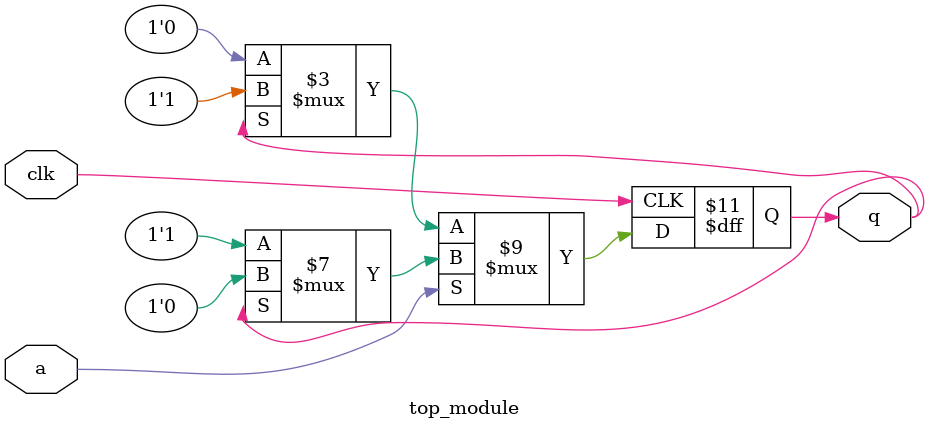
<source format=sv>
module top_module (
	input clk,
	input a, 
	output reg q
); 

always @(posedge clk) begin
	if (a) begin
		if (q) begin
			q <= 0;
		end else begin
			q <= 1;
		end
	end else begin
		if (q) begin
			q <= 1;
		end else begin
			q <= 0;
		end
	end
end

endmodule

</source>
